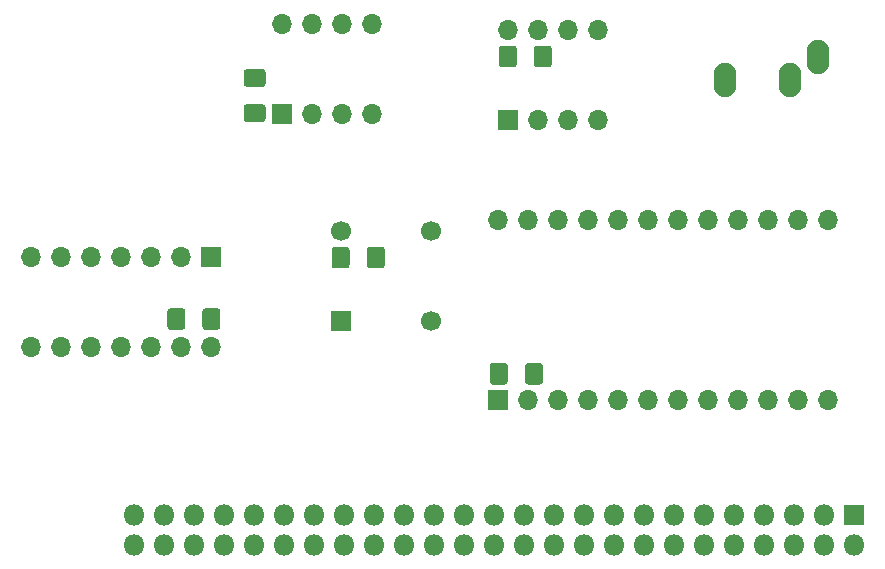
<source format=gbr>
%TF.GenerationSoftware,KiCad,Pcbnew,(5.1.6-0-10_14)*%
%TF.CreationDate,2021-03-04T16:43:55+01:00*%
%TF.ProjectId,opl2_board,6f706c32-5f62-46f6-9172-642e6b696361,rev?*%
%TF.SameCoordinates,Original*%
%TF.FileFunction,Soldermask,Bot*%
%TF.FilePolarity,Negative*%
%FSLAX46Y46*%
G04 Gerber Fmt 4.6, Leading zero omitted, Abs format (unit mm)*
G04 Created by KiCad (PCBNEW (5.1.6-0-10_14)) date 2021-03-04 16:43:55*
%MOMM*%
%LPD*%
G01*
G04 APERTURE LIST*
%ADD10C,1.700000*%
%ADD11R,1.700000X1.700000*%
%ADD12O,1.700000X1.700000*%
%ADD13O,1.900000X2.900000*%
%ADD14O,1.800000X1.800000*%
%ADD15R,1.800000X1.800000*%
G04 APERTURE END LIST*
D10*
%TO.C,X1*%
X42418000Y23050500D03*
X42418000Y30670500D03*
X34798000Y30670500D03*
D11*
X34798000Y23050500D03*
%TD*%
D12*
%TO.C,U4*%
X48958500Y47688500D03*
X56578500Y40068500D03*
X51498500Y47688500D03*
X54038500Y40068500D03*
X54038500Y47688500D03*
X51498500Y40068500D03*
X56578500Y47688500D03*
D11*
X48958500Y40068500D03*
%TD*%
D12*
%TO.C,U3*%
X29781500Y48196500D03*
X37401500Y40576500D03*
X32321500Y48196500D03*
X34861500Y40576500D03*
X34861500Y48196500D03*
X32321500Y40576500D03*
X37401500Y48196500D03*
D11*
X29781500Y40576500D03*
%TD*%
D12*
%TO.C,U2*%
X48133000Y31559500D03*
X76073000Y16319500D03*
X50673000Y31559500D03*
X73533000Y16319500D03*
X53213000Y31559500D03*
X70993000Y16319500D03*
X55753000Y31559500D03*
X68453000Y16319500D03*
X58293000Y31559500D03*
X65913000Y16319500D03*
X60833000Y31559500D03*
X63373000Y16319500D03*
X63373000Y31559500D03*
X60833000Y16319500D03*
X65913000Y31559500D03*
X58293000Y16319500D03*
X68453000Y31559500D03*
X55753000Y16319500D03*
X70993000Y31559500D03*
X53213000Y16319500D03*
X73533000Y31559500D03*
X50673000Y16319500D03*
X76073000Y31559500D03*
D11*
X48133000Y16319500D03*
%TD*%
D12*
%TO.C,U1*%
X23812500Y20828000D03*
X8572500Y28448000D03*
X21272500Y20828000D03*
X11112500Y28448000D03*
X18732500Y20828000D03*
X13652500Y28448000D03*
X16192500Y20828000D03*
X16192500Y28448000D03*
X13652500Y20828000D03*
X18732500Y28448000D03*
X11112500Y20828000D03*
X21272500Y28448000D03*
X8572500Y20828000D03*
D11*
X23812500Y28448000D03*
%TD*%
D13*
%TO.C,J2*%
X67284000Y43402500D03*
X72784000Y43402500D03*
X75184000Y45402500D03*
%TD*%
%TO.C,C7*%
G36*
G01*
X48932000Y19199456D02*
X48932000Y17884544D01*
G75*
G02*
X48664456Y17617000I-267544J0D01*
G01*
X47674544Y17617000D01*
G75*
G02*
X47407000Y17884544I0J267544D01*
G01*
X47407000Y19199456D01*
G75*
G02*
X47674544Y19467000I267544J0D01*
G01*
X48664456Y19467000D01*
G75*
G02*
X48932000Y19199456I0J-267544D01*
G01*
G37*
G36*
G01*
X51907000Y19199456D02*
X51907000Y17884544D01*
G75*
G02*
X51639456Y17617000I-267544J0D01*
G01*
X50649544Y17617000D01*
G75*
G02*
X50382000Y17884544I0J267544D01*
G01*
X50382000Y19199456D01*
G75*
G02*
X50649544Y19467000I267544J0D01*
G01*
X51639456Y19467000D01*
G75*
G02*
X51907000Y19199456I0J-267544D01*
G01*
G37*
%TD*%
%TO.C,C6*%
G36*
G01*
X49694000Y46059956D02*
X49694000Y44745044D01*
G75*
G02*
X49426456Y44477500I-267544J0D01*
G01*
X48436544Y44477500D01*
G75*
G02*
X48169000Y44745044I0J267544D01*
G01*
X48169000Y46059956D01*
G75*
G02*
X48436544Y46327500I267544J0D01*
G01*
X49426456Y46327500D01*
G75*
G02*
X49694000Y46059956I0J-267544D01*
G01*
G37*
G36*
G01*
X52669000Y46059956D02*
X52669000Y44745044D01*
G75*
G02*
X52401456Y44477500I-267544J0D01*
G01*
X51411544Y44477500D01*
G75*
G02*
X51144000Y44745044I0J267544D01*
G01*
X51144000Y46059956D01*
G75*
G02*
X51411544Y46327500I267544J0D01*
G01*
X52401456Y46327500D01*
G75*
G02*
X52669000Y46059956I0J-267544D01*
G01*
G37*
%TD*%
%TO.C,C3*%
G36*
G01*
X23077000Y22520044D02*
X23077000Y23834956D01*
G75*
G02*
X23344544Y24102500I267544J0D01*
G01*
X24334456Y24102500D01*
G75*
G02*
X24602000Y23834956I0J-267544D01*
G01*
X24602000Y22520044D01*
G75*
G02*
X24334456Y22252500I-267544J0D01*
G01*
X23344544Y22252500D01*
G75*
G02*
X23077000Y22520044I0J267544D01*
G01*
G37*
G36*
G01*
X20102000Y22520044D02*
X20102000Y23834956D01*
G75*
G02*
X20369544Y24102500I267544J0D01*
G01*
X21359456Y24102500D01*
G75*
G02*
X21627000Y23834956I0J-267544D01*
G01*
X21627000Y22520044D01*
G75*
G02*
X21359456Y22252500I-267544J0D01*
G01*
X20369544Y22252500D01*
G75*
G02*
X20102000Y22520044I0J267544D01*
G01*
G37*
%TD*%
%TO.C,C2*%
G36*
G01*
X35533500Y29041956D02*
X35533500Y27727044D01*
G75*
G02*
X35265956Y27459500I-267544J0D01*
G01*
X34276044Y27459500D01*
G75*
G02*
X34008500Y27727044I0J267544D01*
G01*
X34008500Y29041956D01*
G75*
G02*
X34276044Y29309500I267544J0D01*
G01*
X35265956Y29309500D01*
G75*
G02*
X35533500Y29041956I0J-267544D01*
G01*
G37*
G36*
G01*
X38508500Y29041956D02*
X38508500Y27727044D01*
G75*
G02*
X38240956Y27459500I-267544J0D01*
G01*
X37251044Y27459500D01*
G75*
G02*
X36983500Y27727044I0J267544D01*
G01*
X36983500Y29041956D01*
G75*
G02*
X37251044Y29309500I267544J0D01*
G01*
X38240956Y29309500D01*
G75*
G02*
X38508500Y29041956I0J-267544D01*
G01*
G37*
%TD*%
%TO.C,C1*%
G36*
G01*
X26838044Y41375500D02*
X28152956Y41375500D01*
G75*
G02*
X28420500Y41107956I0J-267544D01*
G01*
X28420500Y40118044D01*
G75*
G02*
X28152956Y39850500I-267544J0D01*
G01*
X26838044Y39850500D01*
G75*
G02*
X26570500Y40118044I0J267544D01*
G01*
X26570500Y41107956D01*
G75*
G02*
X26838044Y41375500I267544J0D01*
G01*
G37*
G36*
G01*
X26838044Y44350500D02*
X28152956Y44350500D01*
G75*
G02*
X28420500Y44082956I0J-267544D01*
G01*
X28420500Y43093044D01*
G75*
G02*
X28152956Y42825500I-267544J0D01*
G01*
X26838044Y42825500D01*
G75*
G02*
X26570500Y43093044I0J267544D01*
G01*
X26570500Y44082956D01*
G75*
G02*
X26838044Y44350500I267544J0D01*
G01*
G37*
%TD*%
D14*
%TO.C,J1*%
X17272000Y4064000D03*
X17272000Y6604000D03*
X19812000Y4064000D03*
X19812000Y6604000D03*
X22352000Y4064000D03*
X22352000Y6604000D03*
X24892000Y4064000D03*
X24892000Y6604000D03*
X27432000Y4064000D03*
X27432000Y6604000D03*
X29972000Y4064000D03*
X29972000Y6604000D03*
X32512000Y4064000D03*
X32512000Y6604000D03*
X35052000Y4064000D03*
X35052000Y6604000D03*
X37592000Y4064000D03*
X37592000Y6604000D03*
X40132000Y4064000D03*
X40132000Y6604000D03*
X42672000Y4064000D03*
X42672000Y6604000D03*
X45212000Y4064000D03*
X45212000Y6604000D03*
X47752000Y4064000D03*
X47752000Y6604000D03*
X50292000Y4064000D03*
X50292000Y6604000D03*
X52832000Y4064000D03*
X52832000Y6604000D03*
X55372000Y4064000D03*
X55372000Y6604000D03*
X57912000Y4064000D03*
X57912000Y6604000D03*
X60452000Y4064000D03*
X60452000Y6604000D03*
X62992000Y4064000D03*
X62992000Y6604000D03*
X65532000Y4064000D03*
X65532000Y6604000D03*
X68072000Y4064000D03*
X68072000Y6604000D03*
X70612000Y4064000D03*
X70612000Y6604000D03*
X73152000Y4064000D03*
X73152000Y6604000D03*
X75692000Y4064000D03*
X75692000Y6604000D03*
X78232000Y4064000D03*
D15*
X78232000Y6604000D03*
%TD*%
M02*

</source>
